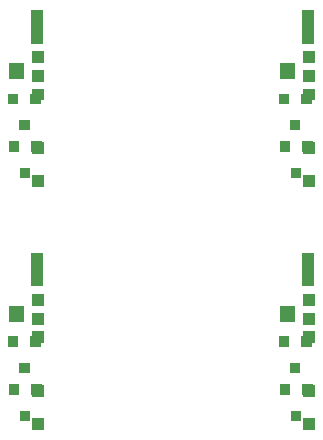
<source format=gbr>
%FSLAX32Y32*%
%MOMM*%
%LNSMD_Maske2*%
G71*
G01*
%LPD*%
G36*
X10063Y7319D02*
X10193Y7319D01*
X10193Y7189D01*
X10063Y7189D01*
X10063Y7319D01*
G37*
G36*
X10333Y6973D02*
X10243Y6973D01*
X10243Y7063D01*
X10333Y7063D01*
X10333Y6973D01*
G37*
G36*
X10143Y6973D02*
X10053Y6973D01*
X10053Y7063D01*
X10143Y7063D01*
X10143Y6973D01*
G37*
G36*
X10238Y6751D02*
X10148Y6751D01*
X10148Y6841D01*
X10238Y6841D01*
X10238Y6751D01*
G37*
G36*
X10341Y6568D02*
X10251Y6568D01*
X10251Y6658D01*
X10341Y6658D01*
X10341Y6568D01*
G37*
G36*
X10151Y6568D02*
X10061Y6568D01*
X10061Y6658D01*
X10151Y6658D01*
X10151Y6568D01*
G37*
G36*
X10246Y6346D02*
X10156Y6346D01*
X10156Y6436D01*
X10246Y6436D01*
X10246Y6346D01*
G37*
G36*
X10261Y7264D02*
X10361Y7264D01*
X10361Y7164D01*
X10261Y7164D01*
X10261Y7264D01*
G37*
G36*
X10261Y6375D02*
X10361Y6375D01*
X10361Y6275D01*
X10261Y6275D01*
X10261Y6375D01*
G37*
G36*
X10261Y6653D02*
X10361Y6653D01*
X10361Y6553D01*
X10261Y6553D01*
X10261Y6653D01*
G37*
G36*
X10261Y7105D02*
X10361Y7105D01*
X10361Y7005D01*
X10261Y7005D01*
X10261Y7105D01*
G37*
G36*
X10261Y7423D02*
X10361Y7423D01*
X10361Y7323D01*
X10261Y7323D01*
X10261Y7423D01*
G37*
G36*
X10253Y7767D02*
X10353Y7767D01*
X10353Y7487D01*
X10253Y7487D01*
X10253Y7767D01*
G37*
G36*
X12357Y7319D02*
X12487Y7319D01*
X12487Y7189D01*
X12357Y7189D01*
X12357Y7319D01*
G37*
G36*
X12627Y6973D02*
X12537Y6973D01*
X12537Y7063D01*
X12627Y7063D01*
X12627Y6973D01*
G37*
G36*
X12437Y6973D02*
X12347Y6973D01*
X12347Y7063D01*
X12437Y7063D01*
X12437Y6973D01*
G37*
G36*
X12532Y6751D02*
X12442Y6751D01*
X12442Y6841D01*
X12532Y6841D01*
X12532Y6751D01*
G37*
G36*
X12635Y6568D02*
X12545Y6568D01*
X12545Y6658D01*
X12635Y6658D01*
X12635Y6568D01*
G37*
G36*
X12445Y6568D02*
X12355Y6568D01*
X12355Y6658D01*
X12445Y6658D01*
X12445Y6568D01*
G37*
G36*
X12540Y6346D02*
X12450Y6346D01*
X12450Y6436D01*
X12540Y6436D01*
X12540Y6346D01*
G37*
G36*
X12555Y7264D02*
X12655Y7264D01*
X12655Y7164D01*
X12555Y7164D01*
X12555Y7264D01*
G37*
G36*
X12555Y6375D02*
X12655Y6375D01*
X12655Y6275D01*
X12555Y6275D01*
X12555Y6375D01*
G37*
G36*
X12555Y6653D02*
X12655Y6653D01*
X12655Y6553D01*
X12555Y6553D01*
X12555Y6653D01*
G37*
G36*
X12555Y7105D02*
X12655Y7105D01*
X12655Y7005D01*
X12555Y7005D01*
X12555Y7105D01*
G37*
G36*
X12555Y7423D02*
X12655Y7423D01*
X12655Y7323D01*
X12555Y7323D01*
X12555Y7423D01*
G37*
G36*
X12547Y7767D02*
X12647Y7767D01*
X12647Y7487D01*
X12547Y7487D01*
X12547Y7767D01*
G37*
G36*
X10063Y5263D02*
X10193Y5263D01*
X10193Y5133D01*
X10063Y5133D01*
X10063Y5263D01*
G37*
G36*
X10333Y4917D02*
X10243Y4917D01*
X10243Y5007D01*
X10333Y5007D01*
X10333Y4917D01*
G37*
G36*
X10143Y4917D02*
X10053Y4917D01*
X10053Y5007D01*
X10143Y5007D01*
X10143Y4917D01*
G37*
G36*
X10238Y4695D02*
X10148Y4695D01*
X10148Y4785D01*
X10238Y4785D01*
X10238Y4695D01*
G37*
G36*
X10341Y4512D02*
X10251Y4512D01*
X10251Y4602D01*
X10341Y4602D01*
X10341Y4512D01*
G37*
G36*
X10151Y4512D02*
X10061Y4512D01*
X10061Y4602D01*
X10151Y4602D01*
X10151Y4512D01*
G37*
G36*
X10246Y4290D02*
X10156Y4290D01*
X10156Y4380D01*
X10246Y4380D01*
X10246Y4290D01*
G37*
G36*
X10261Y5208D02*
X10361Y5208D01*
X10361Y5108D01*
X10261Y5108D01*
X10261Y5208D01*
G37*
G36*
X10261Y4319D02*
X10361Y4319D01*
X10361Y4219D01*
X10261Y4219D01*
X10261Y4319D01*
G37*
G36*
X10261Y4597D02*
X10361Y4597D01*
X10361Y4497D01*
X10261Y4497D01*
X10261Y4597D01*
G37*
G36*
X10261Y5049D02*
X10361Y5049D01*
X10361Y4949D01*
X10261Y4949D01*
X10261Y5049D01*
G37*
G36*
X10261Y5367D02*
X10361Y5367D01*
X10361Y5267D01*
X10261Y5267D01*
X10261Y5367D01*
G37*
G36*
X10253Y5711D02*
X10353Y5711D01*
X10353Y5431D01*
X10253Y5431D01*
X10253Y5711D01*
G37*
G36*
X12357Y5263D02*
X12487Y5263D01*
X12487Y5133D01*
X12357Y5133D01*
X12357Y5263D01*
G37*
G36*
X12627Y4917D02*
X12537Y4917D01*
X12537Y5007D01*
X12627Y5007D01*
X12627Y4917D01*
G37*
G36*
X12437Y4917D02*
X12347Y4917D01*
X12347Y5007D01*
X12437Y5007D01*
X12437Y4917D01*
G37*
G36*
X12532Y4695D02*
X12442Y4695D01*
X12442Y4785D01*
X12532Y4785D01*
X12532Y4695D01*
G37*
G36*
X12635Y4512D02*
X12545Y4512D01*
X12545Y4602D01*
X12635Y4602D01*
X12635Y4512D01*
G37*
G36*
X12445Y4512D02*
X12355Y4512D01*
X12355Y4602D01*
X12445Y4602D01*
X12445Y4512D01*
G37*
G36*
X12540Y4290D02*
X12450Y4290D01*
X12450Y4380D01*
X12540Y4380D01*
X12540Y4290D01*
G37*
G36*
X12555Y5208D02*
X12655Y5208D01*
X12655Y5108D01*
X12555Y5108D01*
X12555Y5208D01*
G37*
G36*
X12555Y4319D02*
X12655Y4319D01*
X12655Y4219D01*
X12555Y4219D01*
X12555Y4319D01*
G37*
G36*
X12555Y4597D02*
X12655Y4597D01*
X12655Y4497D01*
X12555Y4497D01*
X12555Y4597D01*
G37*
G36*
X12555Y5049D02*
X12655Y5049D01*
X12655Y4949D01*
X12555Y4949D01*
X12555Y5049D01*
G37*
G36*
X12555Y5367D02*
X12655Y5367D01*
X12655Y5267D01*
X12555Y5267D01*
X12555Y5367D01*
G37*
G36*
X12547Y5711D02*
X12647Y5711D01*
X12647Y5431D01*
X12547Y5431D01*
X12547Y5711D01*
G37*
M02*

</source>
